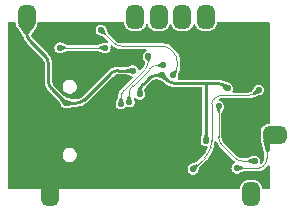
<source format=gbr>
%TF.GenerationSoftware,KiCad,Pcbnew,8.0.0-rc2-74-g5f063dd458*%
%TF.CreationDate,2024-01-29T02:35:24+02:00*%
%TF.ProjectId,SamoProg,53616d6f-5072-46f6-972e-6b696361645f,rev?*%
%TF.SameCoordinates,Original*%
%TF.FileFunction,Copper,L2,Bot*%
%TF.FilePolarity,Positive*%
%FSLAX46Y46*%
G04 Gerber Fmt 4.6, Leading zero omitted, Abs format (unit mm)*
G04 Created by KiCad (PCBNEW 8.0.0-rc2-74-g5f063dd458) date 2024-01-29 02:35:24*
%MOMM*%
%LPD*%
G01*
G04 APERTURE LIST*
G04 Aperture macros list*
%AMRoundRect*
0 Rectangle with rounded corners*
0 $1 Rounding radius*
0 $2 $3 $4 $5 $6 $7 $8 $9 X,Y pos of 4 corners*
0 Add a 4 corners polygon primitive as box body*
4,1,4,$2,$3,$4,$5,$6,$7,$8,$9,$2,$3,0*
0 Add four circle primitives for the rounded corners*
1,1,$1+$1,$2,$3*
1,1,$1+$1,$4,$5*
1,1,$1+$1,$6,$7*
1,1,$1+$1,$8,$9*
0 Add four rect primitives between the rounded corners*
20,1,$1+$1,$2,$3,$4,$5,0*
20,1,$1+$1,$4,$5,$6,$7,0*
20,1,$1+$1,$6,$7,$8,$9,0*
20,1,$1+$1,$8,$9,$2,$3,0*%
G04 Aperture macros list end*
%TA.AperFunction,CastellatedPad*%
%ADD10RoundRect,0.500000X0.250000X-0.500000X0.250000X0.500000X-0.250000X0.500000X-0.250000X-0.500000X0*%
%TD*%
%TA.AperFunction,ComponentPad*%
%ADD11O,1.850000X1.050000*%
%TD*%
%TA.AperFunction,ComponentPad*%
%ADD12O,2.150000X1.050000*%
%TD*%
%TA.AperFunction,CastellatedPad*%
%ADD13RoundRect,0.500000X-0.250000X0.500000X-0.250000X-0.500000X0.250000X-0.500000X0.250000X0.500000X0*%
%TD*%
%TA.AperFunction,CastellatedPad*%
%ADD14RoundRect,0.500000X-0.500000X-0.250000X0.500000X-0.250000X0.500000X0.250000X-0.500000X0.250000X0*%
%TD*%
%TA.AperFunction,ViaPad*%
%ADD15C,0.550000*%
%TD*%
%TA.AperFunction,Conductor*%
%ADD16C,0.250000*%
%TD*%
%TA.AperFunction,Conductor*%
%ADD17C,0.125000*%
%TD*%
G04 APERTURE END LIST*
D10*
%TO.P,SWDIO,1,1*%
%TO.N,/SWDIO*%
X141400000Y-31800000D03*
%TD*%
D11*
%TO.P,J1,SH1,SHIELD*%
%TO.N,GND*%
X128200000Y-36280000D03*
%TO.P,J1,SH2,SHIELD*%
X128200000Y-44920000D03*
D12*
%TO.P,J1,SH3,SHIELD*%
X132350000Y-36280000D03*
%TO.P,J1,SH4,SHIELD*%
X132350000Y-44920000D03*
%TD*%
D10*
%TO.P,TX,1,1*%
%TO.N,/TXD*%
X139400000Y-31800000D03*
%TD*%
%TO.P,SWDCK,1,1*%
%TO.N,/SWCLK*%
X143400000Y-31800000D03*
%TD*%
D13*
%TO.P,RES,1,1*%
%TO.N,/RST*%
X147200000Y-46800000D03*
%TD*%
D14*
%TO.P,VCC,1,1*%
%TO.N,TPWR*%
X149200000Y-41800000D03*
%TD*%
D10*
%TO.P,RX,1,1*%
%TO.N,/RXD*%
X137400000Y-31800000D03*
%TD*%
D13*
%TO.P,GND,1,1*%
%TO.N,GND*%
X130200000Y-46800000D03*
%TD*%
D10*
%TO.P,+5V,1,1*%
%TO.N,USB_P*%
X128200000Y-31800000D03*
%TD*%
D15*
%TO.N,GND*%
X127152500Y-43740000D03*
X142112500Y-41250000D03*
X140962500Y-38950000D03*
X135300000Y-38000000D03*
X138630000Y-44110000D03*
X133812500Y-33340000D03*
X129550000Y-39000000D03*
X128900000Y-37920000D03*
X134560000Y-40610000D03*
X135442500Y-32620000D03*
X130770000Y-39650000D03*
X144800000Y-32850000D03*
X134092500Y-41820000D03*
X130900000Y-35300000D03*
X146762500Y-40590000D03*
X128350000Y-42900000D03*
X144300000Y-36600000D03*
X141490000Y-43750000D03*
X127200000Y-35250000D03*
X135200000Y-41800000D03*
X136392500Y-33140000D03*
X135612500Y-44360000D03*
X127500000Y-45900000D03*
X148412500Y-36640000D03*
X145062500Y-36900000D03*
X127662500Y-37880000D03*
X127480000Y-33570000D03*
X140962500Y-41250000D03*
X134952500Y-43260000D03*
X147002500Y-39060000D03*
X141470000Y-33380000D03*
X147027964Y-36897004D03*
X148172500Y-40550000D03*
X136750000Y-43600000D03*
X146080000Y-45360000D03*
X129900000Y-43400000D03*
X139812500Y-38950000D03*
X130350000Y-40950000D03*
X139812500Y-40100000D03*
X140162500Y-44100000D03*
X129640000Y-33310000D03*
X130880000Y-37180000D03*
X138402500Y-33680000D03*
X134270000Y-35980000D03*
X130820000Y-41900000D03*
X148220000Y-45320000D03*
X133000000Y-45950000D03*
X131492500Y-33370000D03*
X146000002Y-41800000D03*
X128690000Y-35180000D03*
X137262500Y-41800000D03*
X138462500Y-42650000D03*
X130840000Y-44140000D03*
X140560000Y-33150000D03*
X141890000Y-45470000D03*
X130470000Y-33380000D03*
X145462500Y-35400000D03*
X148462500Y-34300000D03*
X132710000Y-33270000D03*
X143420000Y-44570000D03*
X140590000Y-45460000D03*
X145262500Y-34000000D03*
X135530000Y-45370000D03*
X140962500Y-40100000D03*
X145792500Y-42730000D03*
X137672500Y-33300000D03*
X138010000Y-45550000D03*
X142112500Y-38950000D03*
X142182500Y-35380000D03*
X136670000Y-34920000D03*
X139812500Y-41250000D03*
X145072500Y-45300000D03*
X142112500Y-40100000D03*
%TO.N,USB_P*%
X137210000Y-36337500D03*
X131540000Y-39090000D03*
%TO.N,3V3*%
X143400000Y-42280000D03*
X139706468Y-36739300D03*
X145230000Y-37850000D03*
X134860000Y-34430000D03*
X131029998Y-34400000D03*
X137790000Y-38330006D03*
%TO.N,/TPWR_C*%
X144460000Y-39340000D03*
X147510000Y-44010000D03*
%TO.N,Net-(U3-PB8)*%
X142300000Y-44690000D03*
X147850000Y-37975000D03*
%TO.N,TPWR*%
X146010000Y-44600000D03*
%TO.N,/iTXD*%
X139770000Y-35890000D03*
X136900000Y-39000000D03*
%TO.N,/iRXD*%
X138520000Y-35120000D03*
X136200000Y-39170000D03*
%TO.N,/LED0*%
X140600000Y-36740000D03*
X134510000Y-32920000D03*
%TD*%
D16*
%TO.N,USB_P*%
X132395786Y-39090000D02*
X131540000Y-39090000D01*
X130050000Y-35784214D02*
X130050000Y-37185786D01*
X137210000Y-36337500D02*
X135976714Y-36337500D01*
X128200000Y-31800000D02*
X128200000Y-33105786D01*
X135269607Y-36630393D02*
X133102893Y-38797107D01*
X128492893Y-33812893D02*
X129757107Y-35077107D01*
X130342893Y-37892893D02*
X131540000Y-39090000D01*
X132395786Y-39090000D02*
G75*
G03*
X133102900Y-38797114I14J1000000D01*
G01*
X128200000Y-33105786D02*
G75*
G03*
X128492886Y-33812900I1000000J-14D01*
G01*
X130050000Y-37185786D02*
G75*
G03*
X130342886Y-37892900I1000000J-14D01*
G01*
X135269607Y-36630393D02*
G75*
G02*
X135976714Y-36337510I707093J-707107D01*
G01*
X130050000Y-35784214D02*
G75*
G03*
X129757114Y-35077100I-1000000J14D01*
G01*
%TO.N,3V3*%
X139706468Y-36739300D02*
X139244914Y-36739300D01*
D17*
X134830000Y-34400000D02*
X131029998Y-34400000D01*
D16*
X137790000Y-38194214D02*
X137790000Y-38330006D01*
D17*
X134860000Y-34430000D02*
X134830000Y-34400000D01*
D16*
X138537807Y-37032193D02*
X138082893Y-37487107D01*
X145102893Y-37722893D02*
X145230000Y-37850000D01*
X139706468Y-36739300D02*
X140104275Y-37137107D01*
X143400000Y-37430000D02*
X144395786Y-37430000D01*
X143400000Y-37430000D02*
X143400000Y-42280000D01*
X140811382Y-37430000D02*
X143400000Y-37430000D01*
X138537807Y-37032193D02*
G75*
G02*
X139244914Y-36739310I707093J-707107D01*
G01*
X145102893Y-37722893D02*
G75*
G03*
X144395786Y-37430010I-707093J-707107D01*
G01*
X138082893Y-37487107D02*
G75*
G03*
X137790010Y-38194214I707107J-707093D01*
G01*
X140104275Y-37137107D02*
G75*
G03*
X140811382Y-37430013I707125J707107D01*
G01*
D17*
%TO.N,/TPWR_C*%
X144460000Y-39340000D02*
X144460000Y-41935786D01*
X146534214Y-44010000D02*
X147510000Y-44010000D01*
X144752893Y-42642893D02*
X145827107Y-43717107D01*
X144460000Y-41935786D02*
G75*
G03*
X144752886Y-42642900I1000000J-14D01*
G01*
X145827107Y-43717107D02*
G75*
G03*
X146534214Y-44009990I707093J707107D01*
G01*
%TO.N,Net-(U3-PB8)*%
X144067107Y-38732893D02*
X144016447Y-38783553D01*
X143870000Y-39137107D02*
X143870000Y-42284629D01*
X146970786Y-38440000D02*
X144774214Y-38440000D01*
X143281421Y-43708579D02*
X142300000Y-44690000D01*
X147850000Y-37975000D02*
X147677893Y-38147107D01*
X143792483Y-42836045D02*
X143789691Y-42845779D01*
X143792483Y-42836045D02*
G75*
G03*
X143870008Y-42284629I-1922483J551445D01*
G01*
X144016447Y-38783553D02*
G75*
G03*
X143870005Y-39137107I353553J-353547D01*
G01*
X147677893Y-38147107D02*
G75*
G02*
X146970786Y-38439990I-707093J707107D01*
G01*
X144774214Y-38440000D02*
G75*
G03*
X144067100Y-38732886I-14J-1000000D01*
G01*
X143281420Y-43708578D02*
G75*
G03*
X143789674Y-42845774I-1414220J1414178D01*
G01*
%TO.N,TPWR*%
X148257107Y-44422893D02*
X148226446Y-44453554D01*
X148550000Y-42450000D02*
X148550000Y-43715786D01*
X147872893Y-44600000D02*
X146010000Y-44600000D01*
X148550000Y-43715786D02*
G75*
G02*
X148257114Y-44422900I-1000000J-14D01*
G01*
X147872893Y-44600000D02*
G75*
G03*
X148226449Y-44453557I7J500000D01*
G01*
%TO.N,/iTXD*%
X136900000Y-39000000D02*
X136900000Y-38323363D01*
X137192893Y-37616256D02*
X138626256Y-36182893D01*
X139333363Y-35890000D02*
X139770000Y-35890000D01*
X138626256Y-36182893D02*
G75*
G02*
X139333363Y-35889974I707144J-707107D01*
G01*
X136900000Y-38323363D02*
G75*
G02*
X137192912Y-37616275I1000000J-37D01*
G01*
%TO.N,/iRXD*%
X138520000Y-35521381D02*
X138520000Y-35120000D01*
X136200000Y-39170000D02*
X136200000Y-38669809D01*
X136492893Y-37962702D02*
X138227107Y-36228488D01*
X138227106Y-36228487D02*
G75*
G03*
X138519986Y-35521381I-707106J707087D01*
G01*
X136492894Y-37962703D02*
G75*
G03*
X136200007Y-38669809I707106J-707097D01*
G01*
%TO.N,/LED0*%
X135567107Y-33977107D02*
X134510000Y-32920000D01*
X140657107Y-34817107D02*
X140402893Y-34562893D01*
X140600000Y-36740000D02*
X140657107Y-36682893D01*
X140950000Y-35975786D02*
X140950000Y-35524214D01*
X136274214Y-34270000D02*
X139695786Y-34270000D01*
X136274214Y-34270000D02*
G75*
G02*
X135567100Y-33977114I-14J1000000D01*
G01*
X140950000Y-35524214D02*
G75*
G03*
X140657114Y-34817100I-1000000J14D01*
G01*
X140950000Y-35975786D02*
G75*
G02*
X140657114Y-36682900I-1000000J-14D01*
G01*
X139695786Y-34270000D02*
G75*
G02*
X140402900Y-34562886I14J-1000000D01*
G01*
%TD*%
%TA.AperFunction,Conductor*%
%TO.N,GND*%
G36*
X127228691Y-32229407D02*
G01*
X127264655Y-32278907D01*
X127269500Y-32309500D01*
X127269500Y-32355002D01*
X127275730Y-32423562D01*
X127324894Y-32581337D01*
X127410384Y-32722756D01*
X127410389Y-32722762D01*
X127431064Y-32743438D01*
X127443387Y-32758457D01*
X127963709Y-33537554D01*
X127975536Y-33561945D01*
X127990149Y-33606920D01*
X127990149Y-33606921D01*
X128083438Y-33790016D01*
X128204217Y-33956257D01*
X128204219Y-33956259D01*
X128248430Y-34000472D01*
X128248432Y-34000474D01*
X128259360Y-34011402D01*
X128276870Y-34028912D01*
X128311084Y-34063127D01*
X128311086Y-34063128D01*
X129537641Y-35289683D01*
X129544165Y-35296882D01*
X129621265Y-35390829D01*
X129632048Y-35406968D01*
X129687032Y-35509841D01*
X129694458Y-35527770D01*
X129728316Y-35639389D01*
X129732102Y-35658424D01*
X129744022Y-35779473D01*
X129744499Y-35789175D01*
X129744499Y-35840568D01*
X129744500Y-35840581D01*
X129744500Y-37232351D01*
X129744508Y-37232488D01*
X129744508Y-37288530D01*
X129776649Y-37491483D01*
X129840149Y-37686920D01*
X129840149Y-37686921D01*
X129933438Y-37870016D01*
X130054217Y-38036257D01*
X130054219Y-38036259D01*
X130098430Y-38080472D01*
X130098432Y-38080474D01*
X130109431Y-38091473D01*
X130126870Y-38108912D01*
X130161084Y-38143127D01*
X130161086Y-38143128D01*
X130894290Y-38876332D01*
X130911026Y-38898616D01*
X131118372Y-39275503D01*
X131118375Y-39275508D01*
X131124045Y-39282652D01*
X131136555Y-39303072D01*
X131152869Y-39338794D01*
X131238644Y-39437784D01*
X131348833Y-39508598D01*
X131474509Y-39545500D01*
X131474510Y-39545500D01*
X131605490Y-39545500D01*
X131605491Y-39545500D01*
X131605492Y-39545499D01*
X131605496Y-39545499D01*
X131660444Y-39529364D01*
X131680082Y-39523597D01*
X131699456Y-39519954D01*
X131706963Y-39519307D01*
X131706965Y-39519306D01*
X131706969Y-39519306D01*
X132120079Y-39399423D01*
X132147670Y-39395500D01*
X132443033Y-39395500D01*
X132443164Y-39395490D01*
X132498527Y-39395492D01*
X132618035Y-39376565D01*
X132701483Y-39363350D01*
X132701485Y-39363349D01*
X132701487Y-39363349D01*
X132896920Y-39299851D01*
X133080014Y-39206563D01*
X133246259Y-39085781D01*
X133290472Y-39041569D01*
X133290474Y-39041568D01*
X133332584Y-38999458D01*
X133353127Y-38978916D01*
X133353128Y-38978914D01*
X135482201Y-36849841D01*
X135489378Y-36843337D01*
X135583335Y-36766229D01*
X135599464Y-36755453D01*
X135702341Y-36700467D01*
X135720267Y-36693042D01*
X135831895Y-36659181D01*
X135850919Y-36655397D01*
X135908034Y-36649773D01*
X135971973Y-36643477D01*
X135981674Y-36643000D01*
X136025096Y-36643001D01*
X136025099Y-36643000D01*
X136602329Y-36643000D01*
X136629920Y-36646923D01*
X137043028Y-36766805D01*
X137043030Y-36766805D01*
X137043036Y-36766807D01*
X137054773Y-36768156D01*
X137071346Y-36771517D01*
X137080765Y-36774283D01*
X137119251Y-36785584D01*
X137169757Y-36820120D01*
X137190318Y-36877747D01*
X137173079Y-36936454D01*
X137161362Y-36950577D01*
X136743667Y-37368273D01*
X136351363Y-37760577D01*
X136351362Y-37760578D01*
X136350063Y-37761876D01*
X136350050Y-37761883D01*
X136251882Y-37860051D01*
X136136888Y-38018330D01*
X136136882Y-38018339D01*
X136048066Y-38192653D01*
X136048062Y-38192663D01*
X135987603Y-38378741D01*
X135956999Y-38571981D01*
X135956999Y-38593006D01*
X135947130Y-38636096D01*
X135784291Y-38972926D01*
X135782222Y-38977353D01*
X135781962Y-38977928D01*
X135781962Y-38977930D01*
X135779699Y-38988361D01*
X135773005Y-39008492D01*
X135758457Y-39040349D01*
X135758455Y-39040356D01*
X135739816Y-39169997D01*
X135739816Y-39170002D01*
X135758456Y-39299648D01*
X135805046Y-39401665D01*
X135812869Y-39418794D01*
X135898644Y-39517784D01*
X136008833Y-39588598D01*
X136134509Y-39625500D01*
X136134510Y-39625500D01*
X136265490Y-39625500D01*
X136265491Y-39625500D01*
X136391167Y-39588598D01*
X136501356Y-39517784D01*
X136574597Y-39433258D01*
X136626989Y-39401665D01*
X136687950Y-39406900D01*
X136702937Y-39414809D01*
X136708833Y-39418598D01*
X136834509Y-39455500D01*
X136834510Y-39455500D01*
X136965490Y-39455500D01*
X136965491Y-39455500D01*
X137091167Y-39418598D01*
X137201356Y-39347784D01*
X137287131Y-39248794D01*
X137341543Y-39129649D01*
X137353396Y-39047214D01*
X137360184Y-39000002D01*
X137360184Y-38999997D01*
X137346203Y-38902763D01*
X137341543Y-38870351D01*
X137329120Y-38843150D01*
X137322358Y-38822701D01*
X137319758Y-38810520D01*
X137292040Y-38746169D01*
X137286387Y-38685246D01*
X137317623Y-38632634D01*
X137373817Y-38608431D01*
X137433506Y-38621880D01*
X137457780Y-38642171D01*
X137488644Y-38677790D01*
X137488646Y-38677791D01*
X137488647Y-38677792D01*
X137595045Y-38746170D01*
X137598833Y-38748604D01*
X137724509Y-38785506D01*
X137724510Y-38785506D01*
X137855490Y-38785506D01*
X137855491Y-38785506D01*
X137981167Y-38748604D01*
X138091356Y-38677790D01*
X138177131Y-38578800D01*
X138231543Y-38459655D01*
X138250184Y-38330006D01*
X138246937Y-38307430D01*
X138246007Y-38289438D01*
X138246083Y-38287517D01*
X138185093Y-37902265D01*
X138194668Y-37841836D01*
X138195493Y-37840255D01*
X138207950Y-37816948D01*
X138218720Y-37800831D01*
X138295764Y-37706949D01*
X138302271Y-37699769D01*
X138750389Y-37251652D01*
X138757569Y-37245145D01*
X138851535Y-37168029D01*
X138867664Y-37157253D01*
X138970541Y-37102267D01*
X138988467Y-37094842D01*
X139100095Y-37060981D01*
X139119117Y-37057198D01*
X139187869Y-37050427D01*
X139231496Y-37055944D01*
X139517153Y-37160153D01*
X139530938Y-37166414D01*
X139812431Y-37321279D01*
X139897851Y-37368273D01*
X139911115Y-37378235D01*
X139911586Y-37377625D01*
X139911660Y-37377682D01*
X139919199Y-37384306D01*
X139920135Y-37385009D01*
X139921118Y-37385992D01*
X139921250Y-37386108D01*
X139954380Y-37419237D01*
X139960911Y-37425768D01*
X140127153Y-37546554D01*
X140310243Y-37639847D01*
X140505674Y-37703349D01*
X140708632Y-37735498D01*
X140763180Y-37735498D01*
X140763188Y-37735500D01*
X140811377Y-37735500D01*
X140859763Y-37735501D01*
X140859766Y-37735500D01*
X142995500Y-37735500D01*
X143053691Y-37754407D01*
X143089655Y-37803907D01*
X143094500Y-37834500D01*
X143094500Y-41672324D01*
X143090578Y-41699913D01*
X142979272Y-42083472D01*
X142970690Y-42113046D01*
X142969871Y-42117120D01*
X142969341Y-42117013D01*
X142962569Y-42141345D01*
X142958456Y-42150351D01*
X142939816Y-42279997D01*
X142939816Y-42280002D01*
X142958456Y-42409648D01*
X143012869Y-42528794D01*
X143098644Y-42627784D01*
X143208833Y-42698598D01*
X143334509Y-42735500D01*
X143334510Y-42735500D01*
X143431131Y-42735500D01*
X143489322Y-42754407D01*
X143525286Y-42803907D01*
X143525286Y-42865093D01*
X143524378Y-42867755D01*
X143483592Y-42982119D01*
X143478651Y-42993619D01*
X143383897Y-43180578D01*
X143377544Y-43191363D01*
X143259955Y-43364875D01*
X143252292Y-43374772D01*
X143111850Y-43534213D01*
X143107564Y-43538780D01*
X142566770Y-44079574D01*
X142533367Y-44101555D01*
X142137051Y-44259250D01*
X142132618Y-44261556D01*
X142132380Y-44261098D01*
X142112278Y-44270390D01*
X142108833Y-44271401D01*
X142108832Y-44271401D01*
X141998645Y-44342215D01*
X141998643Y-44342217D01*
X141912869Y-44441205D01*
X141858456Y-44560351D01*
X141839816Y-44689997D01*
X141839816Y-44690002D01*
X141858456Y-44819648D01*
X141873611Y-44852832D01*
X141912869Y-44938794D01*
X141998644Y-45037784D01*
X142108833Y-45108598D01*
X142234509Y-45145500D01*
X142234510Y-45145500D01*
X142365490Y-45145500D01*
X142365491Y-45145500D01*
X142491167Y-45108598D01*
X142601356Y-45037784D01*
X142687131Y-44938794D01*
X142712858Y-44882457D01*
X142719826Y-44869755D01*
X142730795Y-44852832D01*
X142888442Y-44456629D01*
X142910421Y-44423231D01*
X143409029Y-43924624D01*
X143409035Y-43924620D01*
X143422952Y-43910702D01*
X143422953Y-43910702D01*
X143424239Y-43909414D01*
X143424278Y-43909395D01*
X143453261Y-43880414D01*
X143453262Y-43880415D01*
X143533601Y-43800085D01*
X143677210Y-43624001D01*
X143802293Y-43434309D01*
X143907569Y-43232948D01*
X143991960Y-43021981D01*
X144019561Y-42925714D01*
X144019563Y-42925714D01*
X144019563Y-42925704D01*
X144032421Y-42880877D01*
X144054902Y-42802605D01*
X144093599Y-42597222D01*
X144110272Y-42418701D01*
X144134507Y-42362523D01*
X144187137Y-42331318D01*
X144248057Y-42337007D01*
X144293999Y-42377418D01*
X144302996Y-42397314D01*
X144308069Y-42412927D01*
X144308070Y-42412930D01*
X144396893Y-42587259D01*
X144511888Y-42745539D01*
X144511892Y-42745544D01*
X144546885Y-42780538D01*
X144546887Y-42780541D01*
X144568940Y-42802594D01*
X144581065Y-42814719D01*
X144625273Y-42858929D01*
X144625287Y-42858941D01*
X145624692Y-43858346D01*
X145624704Y-43858370D01*
X145655275Y-43888941D01*
X145655275Y-43888942D01*
X145724449Y-43958116D01*
X145724452Y-43958118D01*
X145724453Y-43958119D01*
X145814695Y-44023682D01*
X145850659Y-44073181D01*
X145850660Y-44134366D01*
X145814697Y-44183867D01*
X145810029Y-44187059D01*
X145708645Y-44252215D01*
X145708643Y-44252217D01*
X145622869Y-44351205D01*
X145568456Y-44470351D01*
X145549816Y-44599997D01*
X145549816Y-44600002D01*
X145568456Y-44729648D01*
X145581605Y-44758440D01*
X145622869Y-44848794D01*
X145708644Y-44947784D01*
X145818833Y-45018598D01*
X145944509Y-45055500D01*
X145944510Y-45055500D01*
X146075490Y-45055500D01*
X146075491Y-45055500D01*
X146187626Y-45022573D01*
X146194836Y-45020748D01*
X146199479Y-45019758D01*
X146591112Y-44851074D01*
X146630275Y-44843000D01*
X147932741Y-44843000D01*
X147932776Y-44842995D01*
X147946068Y-44842996D01*
X148089614Y-44814445D01*
X148224832Y-44758438D01*
X148346525Y-44677127D01*
X148350164Y-44673486D01*
X148350169Y-44673484D01*
X148364093Y-44659560D01*
X148364094Y-44659560D01*
X148384712Y-44638940D01*
X148384718Y-44638937D01*
X148398341Y-44625313D01*
X148398365Y-44625300D01*
X148428941Y-44594723D01*
X148428942Y-44594725D01*
X148498116Y-44525551D01*
X148610407Y-44370991D01*
X148659906Y-44335028D01*
X148721091Y-44335027D01*
X148770592Y-44370990D01*
X148789500Y-44429181D01*
X148789500Y-46290500D01*
X148770593Y-46348691D01*
X148721093Y-46384655D01*
X148690500Y-46389500D01*
X148229500Y-46389500D01*
X148171309Y-46370593D01*
X148135345Y-46321093D01*
X148130500Y-46290500D01*
X148130500Y-46245006D01*
X148130500Y-46245002D01*
X148124269Y-46176436D01*
X148075106Y-46018663D01*
X147989613Y-45877240D01*
X147872760Y-45760387D01*
X147872757Y-45760385D01*
X147872756Y-45760384D01*
X147731337Y-45674894D01*
X147573562Y-45625730D01*
X147505002Y-45619500D01*
X147504998Y-45619500D01*
X146895002Y-45619500D01*
X146894997Y-45619500D01*
X146826437Y-45625730D01*
X146668662Y-45674894D01*
X146527243Y-45760384D01*
X146410384Y-45877243D01*
X146324894Y-46018662D01*
X146275730Y-46176437D01*
X146269500Y-46244997D01*
X146269500Y-46290500D01*
X146250593Y-46348691D01*
X146201093Y-46384655D01*
X146170500Y-46389500D01*
X126709500Y-46389500D01*
X126651309Y-46370593D01*
X126615345Y-46321093D01*
X126610500Y-46290500D01*
X126610500Y-43569057D01*
X131249500Y-43569057D01*
X131290423Y-43721784D01*
X131369480Y-43858716D01*
X131481284Y-43970520D01*
X131618216Y-44049577D01*
X131770943Y-44090500D01*
X131770945Y-44090500D01*
X131929055Y-44090500D01*
X131929057Y-44090500D01*
X132081784Y-44049577D01*
X132218716Y-43970520D01*
X132330520Y-43858716D01*
X132409577Y-43721784D01*
X132450500Y-43569057D01*
X132450500Y-43410943D01*
X132409577Y-43258216D01*
X132330520Y-43121284D01*
X132218716Y-43009480D01*
X132081784Y-42930423D01*
X131929057Y-42889500D01*
X131770943Y-42889500D01*
X131618216Y-42930423D01*
X131481284Y-43009480D01*
X131369480Y-43121284D01*
X131290423Y-43258216D01*
X131249500Y-43410943D01*
X131249500Y-43569057D01*
X126610500Y-43569057D01*
X126610500Y-32309500D01*
X126629407Y-32251309D01*
X126678907Y-32215345D01*
X126709500Y-32210500D01*
X127170500Y-32210500D01*
X127228691Y-32229407D01*
G37*
%TD.AperFunction*%
%TA.AperFunction,Conductor*%
G36*
X136428691Y-32229407D02*
G01*
X136464655Y-32278907D01*
X136469500Y-32309500D01*
X136469500Y-32355002D01*
X136475730Y-32423562D01*
X136524894Y-32581337D01*
X136610384Y-32722756D01*
X136610385Y-32722757D01*
X136610387Y-32722760D01*
X136727240Y-32839613D01*
X136868663Y-32925106D01*
X137026436Y-32974269D01*
X137095002Y-32980500D01*
X137095007Y-32980500D01*
X137704993Y-32980500D01*
X137704998Y-32980500D01*
X137773564Y-32974269D01*
X137931337Y-32925106D01*
X138072760Y-32839613D01*
X138189613Y-32722760D01*
X138275106Y-32581337D01*
X138305483Y-32483851D01*
X138340845Y-32433922D01*
X138398803Y-32414312D01*
X138457218Y-32432515D01*
X138493778Y-32481576D01*
X138494503Y-32483808D01*
X138515367Y-32550762D01*
X138524894Y-32581337D01*
X138610384Y-32722756D01*
X138610385Y-32722757D01*
X138610387Y-32722760D01*
X138727240Y-32839613D01*
X138868663Y-32925106D01*
X139026436Y-32974269D01*
X139095002Y-32980500D01*
X139095007Y-32980500D01*
X139704993Y-32980500D01*
X139704998Y-32980500D01*
X139773564Y-32974269D01*
X139931337Y-32925106D01*
X140072760Y-32839613D01*
X140189613Y-32722760D01*
X140275106Y-32581337D01*
X140305483Y-32483851D01*
X140340845Y-32433922D01*
X140398803Y-32414312D01*
X140457218Y-32432515D01*
X140493778Y-32481576D01*
X140494503Y-32483808D01*
X140515367Y-32550762D01*
X140524894Y-32581337D01*
X140610384Y-32722756D01*
X140610385Y-32722757D01*
X140610387Y-32722760D01*
X140727240Y-32839613D01*
X140868663Y-32925106D01*
X141026436Y-32974269D01*
X141095002Y-32980500D01*
X141095007Y-32980500D01*
X141704993Y-32980500D01*
X141704998Y-32980500D01*
X141773564Y-32974269D01*
X141931337Y-32925106D01*
X142072760Y-32839613D01*
X142189613Y-32722760D01*
X142275106Y-32581337D01*
X142305483Y-32483851D01*
X142340845Y-32433922D01*
X142398803Y-32414312D01*
X142457218Y-32432515D01*
X142493778Y-32481576D01*
X142494503Y-32483808D01*
X142515367Y-32550762D01*
X142524894Y-32581337D01*
X142610384Y-32722756D01*
X142610385Y-32722757D01*
X142610387Y-32722760D01*
X142727240Y-32839613D01*
X142868663Y-32925106D01*
X143026436Y-32974269D01*
X143095002Y-32980500D01*
X143095007Y-32980500D01*
X143704993Y-32980500D01*
X143704998Y-32980500D01*
X143773564Y-32974269D01*
X143931337Y-32925106D01*
X144072760Y-32839613D01*
X144189613Y-32722760D01*
X144275106Y-32581337D01*
X144324269Y-32423564D01*
X144330500Y-32354998D01*
X144330500Y-32309500D01*
X144349407Y-32251309D01*
X144398907Y-32215345D01*
X144429500Y-32210500D01*
X148690500Y-32210500D01*
X148748691Y-32229407D01*
X148784655Y-32278907D01*
X148789500Y-32309500D01*
X148789500Y-40770500D01*
X148770593Y-40828691D01*
X148721093Y-40864655D01*
X148690500Y-40869500D01*
X148644997Y-40869500D01*
X148576437Y-40875730D01*
X148418662Y-40924894D01*
X148277243Y-41010384D01*
X148160384Y-41127243D01*
X148074894Y-41268662D01*
X148025730Y-41426437D01*
X148019500Y-41494997D01*
X148019500Y-42105002D01*
X148025730Y-42173564D01*
X148055680Y-42269679D01*
X148059140Y-42289619D01*
X148059374Y-42289587D01*
X148060051Y-42294404D01*
X148060051Y-42294407D01*
X148060052Y-42294410D01*
X148304213Y-43301455D01*
X148307000Y-43324782D01*
X148307000Y-43664956D01*
X148306999Y-43664970D01*
X148306999Y-43710930D01*
X148306522Y-43720632D01*
X148293411Y-43853770D01*
X148289626Y-43872801D01*
X148252209Y-43996155D01*
X148244785Y-44014079D01*
X148184021Y-44127763D01*
X148173239Y-44143900D01*
X148128705Y-44198164D01*
X148077176Y-44231152D01*
X148016097Y-44227551D01*
X147968799Y-44188736D01*
X147953350Y-44129533D01*
X147954186Y-44121271D01*
X147970184Y-44010002D01*
X147970184Y-44009997D01*
X147951543Y-43880351D01*
X147943835Y-43863474D01*
X147897131Y-43761206D01*
X147811356Y-43662216D01*
X147751886Y-43623997D01*
X147701171Y-43591404D01*
X147701168Y-43591403D01*
X147701167Y-43591402D01*
X147638329Y-43572951D01*
X147575492Y-43554500D01*
X147575491Y-43554500D01*
X147444509Y-43554500D01*
X147444507Y-43554500D01*
X147444503Y-43554501D01*
X147332401Y-43587416D01*
X147325196Y-43589241D01*
X147320531Y-43590237D01*
X147320516Y-43590242D01*
X146928889Y-43758924D01*
X146889726Y-43767000D01*
X146585043Y-43767000D01*
X146585031Y-43766999D01*
X146539069Y-43766999D01*
X146529367Y-43766522D01*
X146396229Y-43753411D01*
X146377200Y-43749627D01*
X146253841Y-43712208D01*
X146235920Y-43704785D01*
X146122239Y-43644023D01*
X146106102Y-43633241D01*
X146002766Y-43548437D01*
X145995566Y-43541912D01*
X144928163Y-42474509D01*
X144921638Y-42467309D01*
X144836766Y-42363890D01*
X144825984Y-42347754D01*
X144820240Y-42337007D01*
X144765219Y-42234067D01*
X144757799Y-42216150D01*
X144720382Y-42092800D01*
X144716597Y-42073767D01*
X144703477Y-41940528D01*
X144703000Y-41930824D01*
X144703001Y-41892942D01*
X144703000Y-41892939D01*
X144703000Y-39960273D01*
X144711075Y-39921110D01*
X144806998Y-39698403D01*
X144879806Y-39529364D01*
X144882172Y-39517982D01*
X144889043Y-39497018D01*
X144901543Y-39469649D01*
X144901544Y-39469644D01*
X144920184Y-39340002D01*
X144920184Y-39339997D01*
X144901543Y-39210351D01*
X144864687Y-39129648D01*
X144847131Y-39091206D01*
X144761356Y-38992216D01*
X144704077Y-38955405D01*
X144651171Y-38921404D01*
X144651169Y-38921403D01*
X144651167Y-38921402D01*
X144602990Y-38907255D01*
X144581917Y-38901068D01*
X144531410Y-38866531D01*
X144510849Y-38808904D01*
X144528088Y-38750197D01*
X144576541Y-38712835D01*
X144581053Y-38711347D01*
X144617201Y-38700382D01*
X144636227Y-38696597D01*
X144720983Y-38688251D01*
X144769471Y-38683477D01*
X144779172Y-38683000D01*
X144817058Y-38683001D01*
X144817061Y-38683000D01*
X146927935Y-38683000D01*
X146970783Y-38683000D01*
X147019122Y-38683000D01*
X147030129Y-38683000D01*
X147030210Y-38682990D01*
X147068609Y-38682992D01*
X147182395Y-38664971D01*
X147261848Y-38652389D01*
X147261850Y-38652388D01*
X147261852Y-38652388D01*
X147447929Y-38591930D01*
X147490688Y-38570142D01*
X147518173Y-38561933D01*
X147518013Y-38561173D01*
X147522772Y-38560170D01*
X147643249Y-38522123D01*
X147998973Y-38409785D01*
X148006213Y-38407333D01*
X148007128Y-38407002D01*
X148007135Y-38406997D01*
X148011967Y-38404630D01*
X148012163Y-38405031D01*
X148030501Y-38396729D01*
X148041167Y-38393598D01*
X148151356Y-38322784D01*
X148237131Y-38223794D01*
X148291543Y-38104649D01*
X148298412Y-38056873D01*
X148310184Y-37975002D01*
X148310184Y-37974997D01*
X148291543Y-37845351D01*
X148271516Y-37801499D01*
X148237131Y-37726206D01*
X148151356Y-37627216D01*
X148076595Y-37579170D01*
X148041171Y-37556404D01*
X148041168Y-37556403D01*
X148041167Y-37556402D01*
X147978329Y-37537951D01*
X147915492Y-37519500D01*
X147915491Y-37519500D01*
X147784509Y-37519500D01*
X147784507Y-37519500D01*
X147658833Y-37556402D01*
X147658828Y-37556404D01*
X147548648Y-37627213D01*
X147548643Y-37627217D01*
X147462869Y-37726204D01*
X147441608Y-37772759D01*
X147431397Y-37790165D01*
X147423087Y-37801499D01*
X147285077Y-38097506D01*
X147243351Y-38142257D01*
X147224088Y-38150409D01*
X147127803Y-38179616D01*
X147108767Y-38183402D01*
X146975528Y-38196522D01*
X146965826Y-38196999D01*
X146919969Y-38196999D01*
X146919957Y-38197000D01*
X145726329Y-38197000D01*
X145668138Y-38178093D01*
X145632174Y-38128593D01*
X145632174Y-38067407D01*
X145636276Y-38056873D01*
X145653874Y-38018339D01*
X145671543Y-37979649D01*
X145687306Y-37870016D01*
X145690184Y-37850002D01*
X145690184Y-37849997D01*
X145671543Y-37720351D01*
X145617131Y-37601206D01*
X145531356Y-37502216D01*
X145452537Y-37451562D01*
X145421166Y-37431401D01*
X145417712Y-37430387D01*
X145397459Y-37421083D01*
X145397258Y-37421473D01*
X145392937Y-37419237D01*
X144929410Y-37234502D01*
X144928387Y-37234205D01*
X144911081Y-37227352D01*
X144896930Y-37220142D01*
X144701485Y-37156640D01*
X144498530Y-37124498D01*
X144498527Y-37124498D01*
X144395782Y-37124500D01*
X141079203Y-37124500D01*
X141021012Y-37105593D01*
X140985048Y-37056093D01*
X140985048Y-36994907D01*
X140989150Y-36984374D01*
X141041542Y-36869651D01*
X141041541Y-36869651D01*
X141041543Y-36869649D01*
X141053562Y-36786051D01*
X141058019Y-36769459D01*
X141057739Y-36769378D01*
X141059100Y-36764707D01*
X141059102Y-36764703D01*
X141133236Y-36369645D01*
X141133289Y-36368330D01*
X141133551Y-36366868D01*
X141133641Y-36366086D01*
X141133691Y-36366091D01*
X141138051Y-36341785D01*
X141162397Y-36266854D01*
X141164121Y-36255972D01*
X141180725Y-36151128D01*
X141193002Y-36073609D01*
X141193000Y-35975783D01*
X141193000Y-35932935D01*
X141193000Y-35475878D01*
X141193000Y-35465320D01*
X141192990Y-35465229D01*
X141192992Y-35426391D01*
X141172482Y-35296882D01*
X141162389Y-35233151D01*
X141125624Y-35119997D01*
X141101930Y-35047071D01*
X141013108Y-34872743D01*
X141013106Y-34872740D01*
X140898109Y-34714456D01*
X140863114Y-34679460D01*
X140863114Y-34679461D01*
X140863113Y-34679459D01*
X140828936Y-34645282D01*
X140798638Y-34614983D01*
X140798636Y-34614982D01*
X140618941Y-34435287D01*
X140618938Y-34435282D01*
X140605310Y-34421655D01*
X140605298Y-34421632D01*
X140574724Y-34391058D01*
X140574725Y-34391058D01*
X140505551Y-34321884D01*
X140505547Y-34321881D01*
X140505545Y-34321879D01*
X140347265Y-34206884D01*
X140172934Y-34118061D01*
X140172929Y-34118059D01*
X139986852Y-34057602D01*
X139793612Y-34026998D01*
X139793609Y-34026998D01*
X139695783Y-34027000D01*
X136325043Y-34027000D01*
X136325031Y-34026999D01*
X136279069Y-34026999D01*
X136269367Y-34026522D01*
X136136229Y-34013411D01*
X136117200Y-34009627D01*
X135993841Y-33972208D01*
X135975920Y-33964785D01*
X135862239Y-33904023D01*
X135846102Y-33893241D01*
X135742766Y-33808437D01*
X135735566Y-33801912D01*
X135120424Y-33186770D01*
X135098442Y-33153367D01*
X134940748Y-32757052D01*
X134930342Y-32741181D01*
X134923080Y-32728025D01*
X134897132Y-32671207D01*
X134897131Y-32671206D01*
X134897130Y-32671205D01*
X134811356Y-32572216D01*
X134758684Y-32538366D01*
X134701171Y-32501404D01*
X134701168Y-32501403D01*
X134701167Y-32501402D01*
X134633646Y-32481576D01*
X134575492Y-32464500D01*
X134575491Y-32464500D01*
X134444509Y-32464500D01*
X134444507Y-32464500D01*
X134318833Y-32501402D01*
X134318828Y-32501404D01*
X134208648Y-32572213D01*
X134208643Y-32572217D01*
X134122869Y-32671205D01*
X134068456Y-32790351D01*
X134049816Y-32919997D01*
X134049816Y-32920002D01*
X134068456Y-33049648D01*
X134115824Y-33153367D01*
X134122869Y-33168794D01*
X134208644Y-33267784D01*
X134298989Y-33325845D01*
X134318833Y-33338598D01*
X134318835Y-33338599D01*
X134322386Y-33339642D01*
X134342651Y-33348943D01*
X134342848Y-33348564D01*
X134347163Y-33350793D01*
X134347165Y-33350793D01*
X134347167Y-33350795D01*
X134743368Y-33508442D01*
X134776770Y-33530424D01*
X135069347Y-33823001D01*
X135097124Y-33877518D01*
X135087553Y-33937950D01*
X135044288Y-33981215D01*
X134983856Y-33990786D01*
X134971451Y-33987995D01*
X134925492Y-33974500D01*
X134925491Y-33974500D01*
X134794509Y-33974500D01*
X134794505Y-33974500D01*
X134703580Y-34001198D01*
X134691124Y-34003997D01*
X134680154Y-34005728D01*
X134680146Y-34005730D01*
X134285880Y-34150902D01*
X134251673Y-34157000D01*
X131650274Y-34157000D01*
X131611111Y-34148925D01*
X131540793Y-34118638D01*
X131219363Y-33980193D01*
X131219362Y-33980192D01*
X131219358Y-33980191D01*
X131215331Y-33979354D01*
X131207599Y-33977418D01*
X131095492Y-33944500D01*
X131095489Y-33944500D01*
X130964507Y-33944500D01*
X130964505Y-33944500D01*
X130838831Y-33981402D01*
X130838826Y-33981404D01*
X130728646Y-34052213D01*
X130728641Y-34052217D01*
X130642867Y-34151205D01*
X130588454Y-34270351D01*
X130569814Y-34399997D01*
X130569814Y-34400002D01*
X130588454Y-34529648D01*
X130624849Y-34609341D01*
X130642867Y-34648794D01*
X130728642Y-34747784D01*
X130838831Y-34818598D01*
X130964507Y-34855500D01*
X130964508Y-34855500D01*
X131095488Y-34855500D01*
X131095489Y-34855500D01*
X131207624Y-34822573D01*
X131214834Y-34820748D01*
X131219477Y-34819758D01*
X131611110Y-34651074D01*
X131650273Y-34643000D01*
X134238312Y-34643000D01*
X134282935Y-34653627D01*
X134659946Y-34843997D01*
X134661444Y-34844720D01*
X134666330Y-34847455D01*
X134668829Y-34848596D01*
X134668830Y-34848596D01*
X134668833Y-34848598D01*
X134794509Y-34885500D01*
X134794510Y-34885500D01*
X134925490Y-34885500D01*
X134925491Y-34885500D01*
X135051167Y-34848598D01*
X135161356Y-34777784D01*
X135247131Y-34678794D01*
X135301543Y-34559649D01*
X135320184Y-34430000D01*
X135302626Y-34307883D01*
X135313059Y-34247593D01*
X135356937Y-34204951D01*
X135417499Y-34196243D01*
X135460767Y-34216565D01*
X135461302Y-34215830D01*
X135622734Y-34333115D01*
X135795936Y-34421363D01*
X135797067Y-34421939D01*
X135983146Y-34482397D01*
X136176391Y-34513002D01*
X136274217Y-34513000D01*
X136317065Y-34513000D01*
X138286280Y-34513000D01*
X138344471Y-34531907D01*
X138380435Y-34581407D01*
X138380435Y-34642593D01*
X138344471Y-34692093D01*
X138331900Y-34699430D01*
X138218648Y-34772213D01*
X138218643Y-34772217D01*
X138132869Y-34871205D01*
X138078456Y-34990351D01*
X138059816Y-35119997D01*
X138059816Y-35120002D01*
X138078455Y-35249643D01*
X138078457Y-35249649D01*
X138095194Y-35286299D01*
X138100648Y-35301362D01*
X138103604Y-35312198D01*
X138105526Y-35319239D01*
X138216758Y-35542216D01*
X138251525Y-35611909D01*
X138260582Y-35672421D01*
X138257674Y-35684838D01*
X138222212Y-35801749D01*
X138214785Y-35819680D01*
X138154025Y-35933357D01*
X138143243Y-35949494D01*
X138058461Y-36052803D01*
X138051936Y-36060003D01*
X137823139Y-36288800D01*
X137768622Y-36316577D01*
X137708190Y-36307006D01*
X137664925Y-36263741D01*
X137655143Y-36232885D01*
X137651543Y-36207851D01*
X137623993Y-36147525D01*
X137597131Y-36088706D01*
X137511356Y-35989716D01*
X137481372Y-35970446D01*
X137401171Y-35918904D01*
X137401168Y-35918903D01*
X137401167Y-35918902D01*
X137338329Y-35900451D01*
X137275492Y-35882000D01*
X137275491Y-35882000D01*
X137144509Y-35882000D01*
X137144507Y-35882000D01*
X137144503Y-35882001D01*
X137069918Y-35903900D01*
X137050555Y-35907542D01*
X137043042Y-35908191D01*
X137043038Y-35908191D01*
X137043038Y-35908192D01*
X136629913Y-36028078D01*
X136602325Y-36032000D01*
X135930327Y-36032000D01*
X135930185Y-36032008D01*
X135873970Y-36032008D01*
X135671016Y-36064149D01*
X135475579Y-36127649D01*
X135475578Y-36127649D01*
X135292483Y-36220938D01*
X135126241Y-36341718D01*
X135084517Y-36383439D01*
X135084518Y-36383440D01*
X135082029Y-36385929D01*
X135082025Y-36385932D01*
X133985931Y-37482025D01*
X132890316Y-38577641D01*
X132883117Y-38584165D01*
X132789170Y-38661265D01*
X132773031Y-38672048D01*
X132670158Y-38727032D01*
X132652229Y-38734458D01*
X132540610Y-38768316D01*
X132521575Y-38772102D01*
X132400526Y-38784022D01*
X132390824Y-38784499D01*
X132339431Y-38784499D01*
X132339419Y-38784500D01*
X132147674Y-38784500D01*
X132120083Y-38780577D01*
X131727187Y-38666560D01*
X131707058Y-38658223D01*
X131660545Y-38632634D01*
X131348615Y-38461025D01*
X131326331Y-38444289D01*
X130671099Y-37789057D01*
X131249500Y-37789057D01*
X131290423Y-37941784D01*
X131369480Y-38078716D01*
X131481284Y-38190520D01*
X131618216Y-38269577D01*
X131770943Y-38310500D01*
X131770945Y-38310500D01*
X131929055Y-38310500D01*
X131929057Y-38310500D01*
X132081784Y-38269577D01*
X132218716Y-38190520D01*
X132330520Y-38078716D01*
X132409577Y-37941784D01*
X132450500Y-37789057D01*
X132450500Y-37630943D01*
X132409577Y-37478216D01*
X132330520Y-37341284D01*
X132218716Y-37229480D01*
X132081784Y-37150423D01*
X131929057Y-37109500D01*
X131770943Y-37109500D01*
X131618216Y-37150423D01*
X131481284Y-37229480D01*
X131369480Y-37341284D01*
X131290423Y-37478216D01*
X131249500Y-37630943D01*
X131249500Y-37789057D01*
X130671099Y-37789057D01*
X130562358Y-37680316D01*
X130555834Y-37673117D01*
X130513613Y-37621671D01*
X130478733Y-37579168D01*
X130467951Y-37563031D01*
X130412967Y-37460158D01*
X130405541Y-37442229D01*
X130402257Y-37431402D01*
X130371682Y-37330606D01*
X130367897Y-37311575D01*
X130365627Y-37288527D01*
X130361355Y-37245138D01*
X130355977Y-37190526D01*
X130355500Y-37180822D01*
X130355500Y-37161848D01*
X130355501Y-37137404D01*
X130355500Y-37137400D01*
X130355500Y-35743994D01*
X130355500Y-35737162D01*
X130355490Y-35737022D01*
X130355492Y-35681473D01*
X130331150Y-35527770D01*
X130323350Y-35478516D01*
X130297309Y-35398368D01*
X130259851Y-35283080D01*
X130166563Y-35099986D01*
X130045781Y-34933741D01*
X130001569Y-34889527D01*
X130001568Y-34889526D01*
X129956030Y-34843988D01*
X129956029Y-34843986D01*
X129935476Y-34823432D01*
X129935454Y-34823412D01*
X128712358Y-33600316D01*
X128705834Y-33593117D01*
X128628734Y-33499170D01*
X128617951Y-33483032D01*
X128587668Y-33426374D01*
X128576913Y-33366141D01*
X128591913Y-33325845D01*
X128629561Y-33267784D01*
X128965030Y-32750419D01*
X128978095Y-32734277D01*
X128989613Y-32722760D01*
X128989614Y-32722758D01*
X129075103Y-32581342D01*
X129075103Y-32581341D01*
X129075106Y-32581337D01*
X129082120Y-32558825D01*
X129083784Y-32553942D01*
X129084960Y-32550762D01*
X129084962Y-32550758D01*
X129086844Y-32544226D01*
X129086844Y-32544220D01*
X129087665Y-32541374D01*
X129087688Y-32541380D01*
X129088487Y-32538390D01*
X129124269Y-32423564D01*
X129130500Y-32354998D01*
X129130500Y-32309500D01*
X129149407Y-32251309D01*
X129198907Y-32215345D01*
X129229500Y-32210500D01*
X136370500Y-32210500D01*
X136428691Y-32229407D01*
G37*
%TD.AperFunction*%
%TD*%
%TA.AperFunction,Conductor*%
%TO.N,USB_P*%
G36*
X132081561Y-38962551D02*
G01*
X132088551Y-38968147D01*
X132090000Y-38973787D01*
X132090000Y-39206212D01*
X132086573Y-39214485D01*
X132081561Y-39217448D01*
X131655265Y-39341157D01*
X131646364Y-39340172D01*
X131641210Y-39334435D01*
X131592292Y-39217448D01*
X131540886Y-39094512D01*
X131540857Y-39085559D01*
X131540856Y-39085559D01*
X131641211Y-38845562D01*
X131647563Y-38839254D01*
X131655262Y-38838842D01*
X132081561Y-38962551D01*
G37*
%TD.AperFunction*%
%TD*%
%TA.AperFunction,Conductor*%
%TO.N,USB_P*%
G36*
X137103635Y-36087327D02*
G01*
X137108789Y-36093064D01*
X137209112Y-36332986D01*
X137209142Y-36341941D01*
X137209112Y-36342014D01*
X137108789Y-36581935D01*
X137102436Y-36588245D01*
X137094734Y-36588657D01*
X136668439Y-36464948D01*
X136661449Y-36459352D01*
X136660000Y-36453712D01*
X136660000Y-36221287D01*
X136663427Y-36213014D01*
X136668439Y-36210051D01*
X137094736Y-36086342D01*
X137103635Y-36087327D01*
G37*
%TD.AperFunction*%
%TD*%
%TA.AperFunction,Conductor*%
%TO.N,USB_P*%
G36*
X128626367Y-32213810D02*
G01*
X128905050Y-32484646D01*
X128908595Y-32492869D01*
X128906713Y-32499401D01*
X128357743Y-33346029D01*
X128352403Y-33350473D01*
X128133668Y-33441073D01*
X128124713Y-33441073D01*
X128119461Y-33436762D01*
X127493466Y-32499437D01*
X127491721Y-32490654D01*
X127495035Y-32484555D01*
X127683169Y-32301522D01*
X127773323Y-32213814D01*
X127781482Y-32210500D01*
X128618213Y-32210500D01*
X128626367Y-32213810D01*
G37*
%TD.AperFunction*%
%TD*%
%TA.AperFunction,Conductor*%
%TO.N,USB_P*%
G36*
X131247176Y-38616938D02*
G01*
X131574796Y-38797179D01*
X131636090Y-38830900D01*
X131641686Y-38837890D01*
X131641274Y-38845592D01*
X131542563Y-39086180D01*
X131536253Y-39092533D01*
X131536180Y-39092563D01*
X131295592Y-39191274D01*
X131286637Y-39191244D01*
X131280900Y-39186090D01*
X131229446Y-39092563D01*
X131066938Y-38797177D01*
X131065954Y-38788278D01*
X131068915Y-38783268D01*
X131233267Y-38618916D01*
X131241539Y-38615490D01*
X131247176Y-38616938D01*
G37*
%TD.AperFunction*%
%TD*%
%TA.AperFunction,Conductor*%
%TO.N,3V3*%
G36*
X139599709Y-36489421D02*
G01*
X139605520Y-36495493D01*
X139705579Y-36734767D01*
X139705609Y-36743722D01*
X139705579Y-36743794D01*
X139605539Y-36983060D01*
X139599186Y-36989371D01*
X139590735Y-36989538D01*
X139254893Y-36867022D01*
X139248296Y-36860968D01*
X139247206Y-36856264D01*
X139242629Y-36622717D01*
X139245893Y-36614381D01*
X139250362Y-36611483D01*
X139590766Y-36488998D01*
X139599709Y-36489421D01*
G37*
%TD.AperFunction*%
%TD*%
%TA.AperFunction,Conductor*%
%TO.N,3V3*%
G36*
X131145982Y-34150562D02*
G01*
X131146034Y-34150583D01*
X131572927Y-34334454D01*
X131579169Y-34340873D01*
X131579998Y-34345199D01*
X131579998Y-34454800D01*
X131576571Y-34463073D01*
X131572926Y-34465546D01*
X131146096Y-34649389D01*
X131137142Y-34649514D01*
X131130722Y-34643271D01*
X131130674Y-34643157D01*
X131055132Y-34462500D01*
X131030884Y-34404512D01*
X131030855Y-34395559D01*
X131030854Y-34395559D01*
X131130674Y-34156841D01*
X131137027Y-34150532D01*
X131145982Y-34150562D01*
G37*
%TD.AperFunction*%
%TD*%
%TA.AperFunction,Conductor*%
%TO.N,3V3*%
G36*
X134753195Y-34180161D02*
G01*
X134759084Y-34186269D01*
X134859112Y-34425486D01*
X134859142Y-34434441D01*
X134859112Y-34434514D01*
X134759610Y-34672471D01*
X134753257Y-34678781D01*
X134744302Y-34678751D01*
X134743542Y-34678401D01*
X134322393Y-34465744D01*
X134316553Y-34458956D01*
X134315967Y-34455300D01*
X134315967Y-34345659D01*
X134319394Y-34337386D01*
X134323621Y-34334681D01*
X134744248Y-34179804D01*
X134753195Y-34180161D01*
G37*
%TD.AperFunction*%
%TD*%
%TA.AperFunction,Conductor*%
%TO.N,3V3*%
G36*
X139959830Y-36638055D02*
G01*
X139965567Y-36643209D01*
X140179528Y-37032120D01*
X140180513Y-37041021D01*
X140177550Y-37046033D01*
X140013201Y-37210382D01*
X140004928Y-37213809D01*
X139999288Y-37212360D01*
X139610377Y-36998399D01*
X139604781Y-36991409D01*
X139605193Y-36983707D01*
X139703904Y-36743119D01*
X139710214Y-36736766D01*
X139710287Y-36736736D01*
X139950875Y-36638025D01*
X139959830Y-36638055D01*
G37*
%TD.AperFunction*%
%TD*%
%TA.AperFunction,Conductor*%
%TO.N,3V3*%
G36*
X143524486Y-41733427D02*
G01*
X143527449Y-41738439D01*
X143651157Y-42164734D01*
X143650172Y-42173635D01*
X143644435Y-42178789D01*
X143404514Y-42279112D01*
X143395559Y-42279142D01*
X143395486Y-42279112D01*
X143155564Y-42178789D01*
X143149254Y-42172436D01*
X143148842Y-42164737D01*
X143272551Y-41738438D01*
X143278147Y-41731449D01*
X143283787Y-41730000D01*
X143516213Y-41730000D01*
X143524486Y-41733427D01*
G37*
%TD.AperFunction*%
%TD*%
%TA.AperFunction,Conductor*%
%TO.N,3V3*%
G36*
X145324262Y-37591558D02*
G01*
X145330678Y-37597805D01*
X145330799Y-37606759D01*
X145330756Y-37606865D01*
X145231821Y-37848190D01*
X145229240Y-37852053D01*
X145045513Y-38034553D01*
X145037229Y-38037952D01*
X145028967Y-38034497D01*
X145027612Y-38032859D01*
X144757929Y-37638750D01*
X144756085Y-37629987D01*
X144756776Y-37627666D01*
X144765436Y-37606759D01*
X144845601Y-37413215D01*
X144851932Y-37406884D01*
X144860740Y-37406824D01*
X145324262Y-37591558D01*
G37*
%TD.AperFunction*%
%TD*%
%TA.AperFunction,Conductor*%
%TO.N,3V3*%
G36*
X137767967Y-37756087D02*
G01*
X137982556Y-37844970D01*
X137988888Y-37851301D01*
X137989635Y-37853950D01*
X138062865Y-38316522D01*
X138060774Y-38325229D01*
X138053138Y-38329907D01*
X138051348Y-38330051D01*
X137791987Y-38330921D01*
X137787431Y-38330014D01*
X137787175Y-38329907D01*
X137700242Y-38293527D01*
X137547189Y-38229478D01*
X137540880Y-38223123D01*
X137540913Y-38214168D01*
X137541112Y-38213719D01*
X137752897Y-37761928D01*
X137759511Y-37755894D01*
X137767967Y-37756087D01*
G37*
%TD.AperFunction*%
%TD*%
%TA.AperFunction,Conductor*%
%TO.N,/TPWR_C*%
G36*
X144698053Y-39438542D02*
G01*
X144703157Y-39440676D01*
X144709467Y-39447029D01*
X144709437Y-39455984D01*
X144709389Y-39456098D01*
X144525546Y-39882928D01*
X144519126Y-39889171D01*
X144514800Y-39890000D01*
X144405200Y-39890000D01*
X144396927Y-39886573D01*
X144394454Y-39882928D01*
X144383539Y-39857588D01*
X144210609Y-39456096D01*
X144210485Y-39447144D01*
X144216728Y-39440724D01*
X144455487Y-39340886D01*
X144464441Y-39340857D01*
X144698053Y-39438542D01*
G37*
%TD.AperFunction*%
%TD*%
%TA.AperFunction,Conductor*%
%TO.N,/TPWR_C*%
G36*
X147409275Y-43766728D02*
G01*
X147409323Y-43766842D01*
X147509112Y-44005486D01*
X147509142Y-44014441D01*
X147509112Y-44014514D01*
X147409323Y-44253157D01*
X147402970Y-44259467D01*
X147394015Y-44259437D01*
X147393901Y-44259389D01*
X146967072Y-44075546D01*
X146960829Y-44069126D01*
X146960000Y-44064800D01*
X146960000Y-43955199D01*
X146963427Y-43946926D01*
X146967068Y-43944455D01*
X147393903Y-43760609D01*
X147402855Y-43760485D01*
X147409275Y-43766728D01*
G37*
%TD.AperFunction*%
%TD*%
%TA.AperFunction,Conductor*%
%TO.N,Net-(U3-PB8)*%
G36*
X142646513Y-44259869D02*
G01*
X142650158Y-44262342D01*
X142727657Y-44339841D01*
X142731084Y-44348114D01*
X142730255Y-44352440D01*
X142558438Y-44784251D01*
X142552195Y-44790671D01*
X142543241Y-44790796D01*
X142543126Y-44790749D01*
X142303819Y-44692563D01*
X142297466Y-44686253D01*
X142297436Y-44686180D01*
X142257940Y-44589918D01*
X142199250Y-44446871D01*
X142199280Y-44437918D01*
X142205633Y-44431608D01*
X142205683Y-44431587D01*
X142637561Y-44259744D01*
X142646513Y-44259869D01*
G37*
%TD.AperFunction*%
%TD*%
%TA.AperFunction,Conductor*%
%TO.N,Net-(U3-PB8)*%
G36*
X147606265Y-37874011D02*
G01*
X147701329Y-37913102D01*
X147846401Y-37972758D01*
X147852749Y-37979074D01*
X147852777Y-37979141D01*
X147950414Y-38217301D01*
X147950381Y-38226256D01*
X147944026Y-38232565D01*
X147943111Y-38232896D01*
X147466909Y-38383281D01*
X147457988Y-38382504D01*
X147452577Y-38376601D01*
X147410818Y-38275780D01*
X147410818Y-38266828D01*
X147411006Y-38266399D01*
X147591212Y-37879886D01*
X147597813Y-37873838D01*
X147606265Y-37874011D01*
G37*
%TD.AperFunction*%
%TD*%
%TA.AperFunction,Conductor*%
%TO.N,TPWR*%
G36*
X148788430Y-42001134D02*
G01*
X148789500Y-42006022D01*
X148789500Y-43145409D01*
X148786073Y-43153682D01*
X148784309Y-43155131D01*
X148615454Y-43268185D01*
X148608945Y-43270163D01*
X148496703Y-43270163D01*
X148488430Y-43266736D01*
X148485332Y-43261220D01*
X148392132Y-42876816D01*
X148240329Y-42250701D01*
X148241710Y-42241856D01*
X148246810Y-42237317D01*
X148772916Y-41995391D01*
X148781860Y-41995049D01*
X148788430Y-42001134D01*
G37*
%TD.AperFunction*%
%TD*%
%TA.AperFunction,Conductor*%
%TO.N,TPWR*%
G36*
X146125984Y-44350562D02*
G01*
X146126036Y-44350583D01*
X146552929Y-44534454D01*
X146559171Y-44540873D01*
X146560000Y-44545199D01*
X146560000Y-44654800D01*
X146556573Y-44663073D01*
X146552928Y-44665546D01*
X146126098Y-44849389D01*
X146117144Y-44849514D01*
X146110724Y-44843271D01*
X146110676Y-44843157D01*
X146035134Y-44662500D01*
X146010886Y-44604512D01*
X146010857Y-44595559D01*
X146010856Y-44595559D01*
X146110676Y-44356841D01*
X146117029Y-44350532D01*
X146125984Y-44350562D01*
G37*
%TD.AperFunction*%
%TD*%
%TA.AperFunction,Conductor*%
%TO.N,/iTXD*%
G36*
X136963073Y-38453427D02*
G01*
X136965546Y-38457072D01*
X137149389Y-38883901D01*
X137149514Y-38892855D01*
X137143271Y-38899275D01*
X137143157Y-38899323D01*
X136904514Y-38999112D01*
X136895559Y-38999142D01*
X136895486Y-38999112D01*
X136656842Y-38899323D01*
X136650532Y-38892970D01*
X136650562Y-38884015D01*
X136650565Y-38884007D01*
X136834454Y-38457072D01*
X136840874Y-38450829D01*
X136845200Y-38450000D01*
X136954800Y-38450000D01*
X136963073Y-38453427D01*
G37*
%TD.AperFunction*%
%TD*%
%TA.AperFunction,Conductor*%
%TO.N,/iTXD*%
G36*
X139669277Y-35646729D02*
G01*
X139669366Y-35646937D01*
X139769091Y-35885291D01*
X139769123Y-35894246D01*
X139769094Y-35894317D01*
X139669420Y-36132915D01*
X139663069Y-36139228D01*
X139654114Y-36139201D01*
X139653767Y-36139049D01*
X139252739Y-35956045D01*
X139246635Y-35949493D01*
X139246121Y-35947684D01*
X139224730Y-35840162D01*
X139226477Y-35831379D01*
X139231479Y-35827176D01*
X139653850Y-35640748D01*
X139662801Y-35640544D01*
X139669277Y-35646729D01*
G37*
%TD.AperFunction*%
%TD*%
%TA.AperFunction,Conductor*%
%TO.N,/iRXD*%
G36*
X138762713Y-35220487D02*
G01*
X138769022Y-35226841D01*
X138768990Y-35235796D01*
X138768748Y-35236336D01*
X138583137Y-35623668D01*
X138576472Y-35629648D01*
X138570304Y-35630087D01*
X138462241Y-35608594D01*
X138454795Y-35603619D01*
X138454053Y-35602342D01*
X138271518Y-35236433D01*
X138270892Y-35227500D01*
X138276765Y-35220740D01*
X138277450Y-35220426D01*
X138515682Y-35120904D01*
X138524635Y-35120878D01*
X138762713Y-35220487D01*
G37*
%TD.AperFunction*%
%TD*%
%TA.AperFunction,Conductor*%
%TO.N,/iRXD*%
G36*
X136255340Y-38670984D02*
G01*
X136263539Y-38674585D01*
X136265612Y-38677561D01*
X136448646Y-39053625D01*
X136449185Y-39062563D01*
X136443246Y-39069265D01*
X136442639Y-39069539D01*
X136204492Y-39169111D01*
X136195538Y-39169141D01*
X136195465Y-39169111D01*
X135957329Y-39069527D01*
X135951019Y-39063174D01*
X135951049Y-39054219D01*
X135951309Y-39053641D01*
X135951317Y-39053625D01*
X136134245Y-38675244D01*
X136140931Y-38669289D01*
X136145023Y-38668641D01*
X136255340Y-38670984D01*
G37*
%TD.AperFunction*%
%TD*%
%TA.AperFunction,Conductor*%
%TO.N,/LED0*%
G36*
X134762081Y-32819280D02*
G01*
X134768391Y-32825633D01*
X134768438Y-32825748D01*
X134940255Y-33257559D01*
X134940130Y-33266513D01*
X134937657Y-33270158D01*
X134860158Y-33347657D01*
X134851885Y-33351084D01*
X134847559Y-33350255D01*
X134415748Y-33178438D01*
X134409328Y-33172195D01*
X134409203Y-33163242D01*
X134507436Y-32923818D01*
X134513746Y-32917466D01*
X134513819Y-32917436D01*
X134753128Y-32819250D01*
X134762081Y-32819280D01*
G37*
%TD.AperFunction*%
%TD*%
%TA.AperFunction,Conductor*%
%TO.N,/LED0*%
G36*
X140842661Y-36280533D02*
G01*
X140943896Y-36322465D01*
X140950228Y-36328797D01*
X140950918Y-36335432D01*
X140876784Y-36730490D01*
X140871890Y-36737989D01*
X140865324Y-36740032D01*
X140607485Y-36740896D01*
X140599201Y-36737497D01*
X140596626Y-36733648D01*
X140498570Y-36495193D01*
X140498593Y-36486239D01*
X140503323Y-36480740D01*
X140832118Y-36281337D01*
X140840968Y-36279978D01*
X140842661Y-36280533D01*
G37*
%TD.AperFunction*%
%TD*%
M02*

</source>
